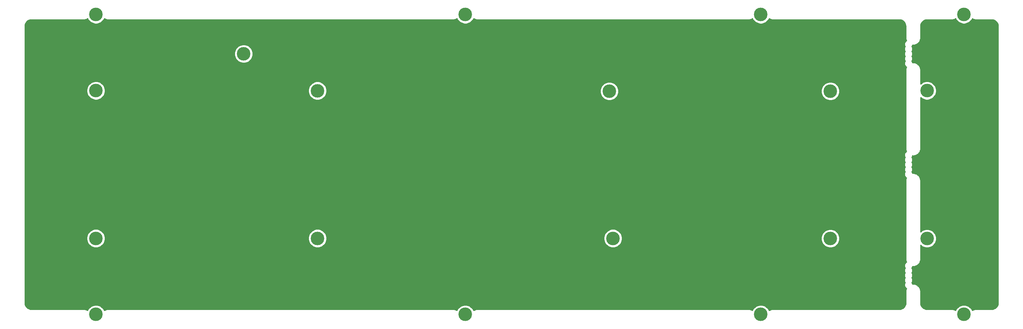
<source format=gbr>
G04 #@! TF.GenerationSoftware,KiCad,Pcbnew,(5.1.10-1-10_14)*
G04 #@! TF.CreationDate,2021-08-09T18:52:42-05:00*
G04 #@! TF.ProjectId,ori_bottom_plate,6f72695f-626f-4747-946f-6d5f706c6174,rev?*
G04 #@! TF.SameCoordinates,Original*
G04 #@! TF.FileFunction,Copper,L2,Bot*
G04 #@! TF.FilePolarity,Positive*
%FSLAX46Y46*%
G04 Gerber Fmt 4.6, Leading zero omitted, Abs format (unit mm)*
G04 Created by KiCad (PCBNEW (5.1.10-1-10_14)) date 2021-08-09 18:52:42*
%MOMM*%
%LPD*%
G01*
G04 APERTURE LIST*
G04 #@! TA.AperFunction,ComponentPad*
%ADD10C,3.500000*%
G04 #@! TD*
G04 #@! TA.AperFunction,ViaPad*
%ADD11C,0.500000*%
G04 #@! TD*
G04 #@! TA.AperFunction,Conductor*
%ADD12C,0.254000*%
G04 #@! TD*
G04 #@! TA.AperFunction,Conductor*
%ADD13C,0.100000*%
G04 #@! TD*
G04 APERTURE END LIST*
D10*
X389361002Y-117264265D03*
X389361002Y-39873575D03*
X336973458Y-117264265D03*
X336973458Y-39873575D03*
X260773394Y-117264265D03*
X260773394Y-39873575D03*
X165523314Y-117264265D03*
X165523314Y-39873575D03*
X379836330Y-97659743D03*
X379836330Y-59518840D03*
X203623090Y-49993800D03*
X354920000Y-97660000D03*
X354920000Y-59660000D03*
X298848130Y-97631660D03*
X297920000Y-59660000D03*
X222647810Y-97631660D03*
X222647810Y-59531500D03*
X165523314Y-59518904D03*
X165497570Y-97631660D03*
D11*
X373287865Y-49398485D03*
X385194165Y-59518840D03*
D12*
X339171843Y-40919636D02*
X339225430Y-40955238D01*
X339278539Y-40991603D01*
X339287259Y-40996318D01*
X339389845Y-41050863D01*
X339449308Y-41075371D01*
X339508485Y-41100735D01*
X339517955Y-41103666D01*
X339629181Y-41137247D01*
X339692275Y-41149740D01*
X339755248Y-41163125D01*
X339765107Y-41164161D01*
X339880737Y-41175499D01*
X339880739Y-41175499D01*
X339915149Y-41178888D01*
X372657822Y-41178759D01*
X373016501Y-41213928D01*
X373328121Y-41308012D01*
X373615528Y-41460828D01*
X373867775Y-41666557D01*
X374075264Y-41917367D01*
X374230084Y-42203701D01*
X374326340Y-42514654D01*
X374363810Y-42871153D01*
X374363811Y-45861472D01*
X374367314Y-45897040D01*
X374367314Y-45912503D01*
X374368351Y-45922362D01*
X374394253Y-46153284D01*
X374407625Y-46216196D01*
X374420131Y-46279355D01*
X374423063Y-46288824D01*
X374493325Y-46510317D01*
X374518666Y-46569441D01*
X374529513Y-46595759D01*
X374388676Y-46689863D01*
X374244513Y-46834026D01*
X374131245Y-47003544D01*
X374053224Y-47191902D01*
X374013450Y-47391861D01*
X374013450Y-47595739D01*
X374053224Y-47795698D01*
X374131245Y-47984056D01*
X374221278Y-48118800D01*
X374131245Y-48253544D01*
X374053224Y-48441902D01*
X374013450Y-48641861D01*
X374013450Y-48845739D01*
X374053224Y-49045698D01*
X374131245Y-49234056D01*
X374221278Y-49368800D01*
X374131245Y-49503544D01*
X374053224Y-49691902D01*
X374013450Y-49891861D01*
X374013450Y-50095739D01*
X374053224Y-50295698D01*
X374131245Y-50484056D01*
X374221278Y-50618800D01*
X374131245Y-50753544D01*
X374053224Y-50941902D01*
X374013450Y-51141861D01*
X374013450Y-51345739D01*
X374053224Y-51545698D01*
X374131245Y-51734056D01*
X374221278Y-51868800D01*
X374131245Y-52003544D01*
X374053224Y-52191902D01*
X374013450Y-52391861D01*
X374013450Y-52595739D01*
X374053224Y-52795698D01*
X374131245Y-52984056D01*
X374244513Y-53153574D01*
X374388676Y-53297737D01*
X374529415Y-53391775D01*
X374512234Y-53433458D01*
X374486883Y-53492607D01*
X374483952Y-53502077D01*
X374416789Y-53724530D01*
X374404300Y-53787605D01*
X374390909Y-53850602D01*
X374389873Y-53860461D01*
X374367198Y-54091722D01*
X374367198Y-54091729D01*
X374363810Y-54126129D01*
X374363811Y-74436592D01*
X374367314Y-74472160D01*
X374367314Y-74487623D01*
X374368351Y-74497482D01*
X374394253Y-74728404D01*
X374407625Y-74791316D01*
X374420131Y-74854475D01*
X374423063Y-74863944D01*
X374493325Y-75085437D01*
X374518666Y-75144561D01*
X374533605Y-75180805D01*
X374388676Y-75277643D01*
X374244513Y-75421806D01*
X374131245Y-75591324D01*
X374053224Y-75779682D01*
X374013450Y-75979641D01*
X374013450Y-76183519D01*
X374053224Y-76383478D01*
X374131245Y-76571836D01*
X374221278Y-76706580D01*
X374131245Y-76841324D01*
X374053224Y-77029682D01*
X374013450Y-77229641D01*
X374013450Y-77433519D01*
X374053224Y-77633478D01*
X374131245Y-77821836D01*
X374221278Y-77956580D01*
X374131245Y-78091324D01*
X374053224Y-78279682D01*
X374013450Y-78479641D01*
X374013450Y-78683519D01*
X374053224Y-78883478D01*
X374131245Y-79071836D01*
X374221278Y-79206580D01*
X374131245Y-79341324D01*
X374053224Y-79529682D01*
X374013450Y-79729641D01*
X374013450Y-79933519D01*
X374053224Y-80133478D01*
X374131245Y-80321836D01*
X374221278Y-80456580D01*
X374131245Y-80591324D01*
X374053224Y-80779682D01*
X374013450Y-80979641D01*
X374013450Y-81183519D01*
X374053224Y-81383478D01*
X374131245Y-81571836D01*
X374244513Y-81741354D01*
X374388676Y-81885517D01*
X374525324Y-81976822D01*
X374512234Y-82008578D01*
X374486883Y-82067727D01*
X374483952Y-82077197D01*
X374416789Y-82299650D01*
X374404300Y-82362725D01*
X374390909Y-82425722D01*
X374389873Y-82435581D01*
X374367198Y-82666842D01*
X374367198Y-82666849D01*
X374363810Y-82701249D01*
X374363811Y-103011712D01*
X374367314Y-103047280D01*
X374367314Y-103062743D01*
X374368351Y-103072602D01*
X374394253Y-103303524D01*
X374407625Y-103366436D01*
X374420131Y-103429595D01*
X374423063Y-103439064D01*
X374493325Y-103660557D01*
X374518666Y-103719681D01*
X374533605Y-103755925D01*
X374388676Y-103852763D01*
X374244513Y-103996926D01*
X374131245Y-104166444D01*
X374053224Y-104354802D01*
X374013450Y-104554761D01*
X374013450Y-104758639D01*
X374053224Y-104958598D01*
X374131245Y-105146956D01*
X374221278Y-105281700D01*
X374131245Y-105416444D01*
X374053224Y-105604802D01*
X374013450Y-105804761D01*
X374013450Y-106008639D01*
X374053224Y-106208598D01*
X374131245Y-106396956D01*
X374221278Y-106531700D01*
X374131245Y-106666444D01*
X374053224Y-106854802D01*
X374013450Y-107054761D01*
X374013450Y-107258639D01*
X374053224Y-107458598D01*
X374131245Y-107646956D01*
X374221278Y-107781700D01*
X374131245Y-107916444D01*
X374053224Y-108104802D01*
X374013450Y-108304761D01*
X374013450Y-108508639D01*
X374053224Y-108708598D01*
X374131245Y-108896956D01*
X374221278Y-109031700D01*
X374131245Y-109166444D01*
X374053224Y-109354802D01*
X374013450Y-109554761D01*
X374013450Y-109758639D01*
X374053224Y-109958598D01*
X374131245Y-110146956D01*
X374244513Y-110316474D01*
X374388676Y-110460637D01*
X374525324Y-110551942D01*
X374512234Y-110583698D01*
X374486883Y-110642847D01*
X374483952Y-110652317D01*
X374416789Y-110874770D01*
X374404300Y-110937845D01*
X374390909Y-111000842D01*
X374389873Y-111010701D01*
X374367198Y-111241962D01*
X374367198Y-111241969D01*
X374363810Y-111276369D01*
X374363811Y-114253089D01*
X374328642Y-114611772D01*
X374234558Y-114923390D01*
X374081740Y-115210799D01*
X373876013Y-115463045D01*
X373625203Y-115670534D01*
X373338869Y-115825354D01*
X373027916Y-115921610D01*
X372671409Y-115959081D01*
X339915149Y-115958952D01*
X339885076Y-115961914D01*
X339881521Y-115961889D01*
X339871655Y-115962856D01*
X339814230Y-115968891D01*
X339810842Y-115969225D01*
X339810729Y-115969259D01*
X339756107Y-115975000D01*
X339693077Y-115987938D01*
X339629855Y-115999998D01*
X339620375Y-116002861D01*
X339620370Y-116002862D01*
X339620368Y-116002863D01*
X339620365Y-116002864D01*
X339509376Y-116037221D01*
X339450095Y-116062140D01*
X339390392Y-116086262D01*
X339381639Y-116090916D01*
X339279437Y-116146176D01*
X339226094Y-116182157D01*
X339172239Y-116217398D01*
X339164557Y-116223663D01*
X339134300Y-116248694D01*
X339087018Y-116134544D01*
X338826008Y-115743916D01*
X338493807Y-115411715D01*
X338103179Y-115150705D01*
X337669137Y-114970919D01*
X337208360Y-114879265D01*
X336738556Y-114879265D01*
X336277779Y-114970919D01*
X335843737Y-115150705D01*
X335453109Y-115411715D01*
X335120908Y-115743916D01*
X334859898Y-116134544D01*
X334812576Y-116248790D01*
X334775073Y-116218204D01*
X334721520Y-116182624D01*
X334668378Y-116146237D01*
X334659657Y-116141522D01*
X334557072Y-116086977D01*
X334497595Y-116062463D01*
X334438431Y-116037105D01*
X334428961Y-116034174D01*
X334317735Y-116000593D01*
X334254642Y-115988101D01*
X334191669Y-115974715D01*
X334181810Y-115973679D01*
X334066460Y-115962369D01*
X334031770Y-115958952D01*
X263715082Y-115958952D01*
X263685009Y-115961914D01*
X263681457Y-115961889D01*
X263671591Y-115962856D01*
X263614210Y-115968887D01*
X263610775Y-115969225D01*
X263610660Y-115969260D01*
X263556043Y-115975000D01*
X263493013Y-115987938D01*
X263429791Y-115999998D01*
X263420311Y-116002861D01*
X263420306Y-116002862D01*
X263420304Y-116002863D01*
X263420301Y-116002864D01*
X263309312Y-116037221D01*
X263250031Y-116062140D01*
X263190328Y-116086262D01*
X263181575Y-116090916D01*
X263079373Y-116146176D01*
X263026030Y-116182157D01*
X262972175Y-116217398D01*
X262964493Y-116223663D01*
X262934236Y-116248694D01*
X262886954Y-116134544D01*
X262625944Y-115743916D01*
X262293743Y-115411715D01*
X261903115Y-115150705D01*
X261469073Y-114970919D01*
X261008296Y-114879265D01*
X260538492Y-114879265D01*
X260077715Y-114970919D01*
X259643673Y-115150705D01*
X259253045Y-115411715D01*
X258920844Y-115743916D01*
X258659834Y-116134544D01*
X258612512Y-116248790D01*
X258575009Y-116218204D01*
X258521456Y-116182624D01*
X258468314Y-116146237D01*
X258459593Y-116141522D01*
X258357008Y-116086977D01*
X258297531Y-116062463D01*
X258238367Y-116037105D01*
X258228897Y-116034174D01*
X258117671Y-116000593D01*
X258054578Y-115988101D01*
X257991605Y-115974715D01*
X257981746Y-115973679D01*
X257866396Y-115962369D01*
X257831706Y-115958952D01*
X168465002Y-115958952D01*
X168434929Y-115961914D01*
X168431377Y-115961889D01*
X168421511Y-115962856D01*
X168364130Y-115968887D01*
X168360695Y-115969225D01*
X168360580Y-115969260D01*
X168305963Y-115975000D01*
X168242933Y-115987938D01*
X168179711Y-115999998D01*
X168170231Y-116002861D01*
X168170226Y-116002862D01*
X168170224Y-116002863D01*
X168170221Y-116002864D01*
X168059232Y-116037221D01*
X167999951Y-116062140D01*
X167940248Y-116086262D01*
X167931495Y-116090916D01*
X167829293Y-116146176D01*
X167775950Y-116182157D01*
X167722095Y-116217398D01*
X167714413Y-116223663D01*
X167684156Y-116248694D01*
X167636874Y-116134544D01*
X167375864Y-115743916D01*
X167043663Y-115411715D01*
X166653035Y-115150705D01*
X166218993Y-114970919D01*
X165758216Y-114879265D01*
X165288412Y-114879265D01*
X164827635Y-114970919D01*
X164393593Y-115150705D01*
X164002965Y-115411715D01*
X163670764Y-115743916D01*
X163409754Y-116134544D01*
X163362432Y-116248790D01*
X163324929Y-116218204D01*
X163271376Y-116182624D01*
X163218234Y-116146237D01*
X163209513Y-116141522D01*
X163106928Y-116086977D01*
X163047451Y-116062463D01*
X162988287Y-116037105D01*
X162978817Y-116034174D01*
X162867591Y-116000593D01*
X162804498Y-115988101D01*
X162741525Y-115974715D01*
X162731666Y-115973679D01*
X162616035Y-115962341D01*
X162616033Y-115962341D01*
X162581619Y-115958952D01*
X148888834Y-115959080D01*
X148530158Y-115923912D01*
X148218540Y-115829828D01*
X147931131Y-115677010D01*
X147678885Y-115471283D01*
X147471396Y-115220473D01*
X147316576Y-114934139D01*
X147220320Y-114623186D01*
X147182850Y-114266687D01*
X147182850Y-97396758D01*
X163112570Y-97396758D01*
X163112570Y-97866562D01*
X163204224Y-98327339D01*
X163384010Y-98761381D01*
X163645020Y-99152009D01*
X163977221Y-99484210D01*
X164367849Y-99745220D01*
X164801891Y-99925006D01*
X165262668Y-100016660D01*
X165732472Y-100016660D01*
X166193249Y-99925006D01*
X166627291Y-99745220D01*
X167017919Y-99484210D01*
X167350120Y-99152009D01*
X167611130Y-98761381D01*
X167790916Y-98327339D01*
X167882570Y-97866562D01*
X167882570Y-97396758D01*
X220262810Y-97396758D01*
X220262810Y-97866562D01*
X220354464Y-98327339D01*
X220534250Y-98761381D01*
X220795260Y-99152009D01*
X221127461Y-99484210D01*
X221518089Y-99745220D01*
X221952131Y-99925006D01*
X222412908Y-100016660D01*
X222882712Y-100016660D01*
X223343489Y-99925006D01*
X223777531Y-99745220D01*
X224168159Y-99484210D01*
X224500360Y-99152009D01*
X224761370Y-98761381D01*
X224941156Y-98327339D01*
X225032810Y-97866562D01*
X225032810Y-97396758D01*
X296463130Y-97396758D01*
X296463130Y-97866562D01*
X296554784Y-98327339D01*
X296734570Y-98761381D01*
X296995580Y-99152009D01*
X297327781Y-99484210D01*
X297718409Y-99745220D01*
X298152451Y-99925006D01*
X298613228Y-100016660D01*
X299083032Y-100016660D01*
X299543809Y-99925006D01*
X299977851Y-99745220D01*
X300368479Y-99484210D01*
X300700680Y-99152009D01*
X300961690Y-98761381D01*
X301141476Y-98327339D01*
X301233130Y-97866562D01*
X301233130Y-97425098D01*
X352535000Y-97425098D01*
X352535000Y-97894902D01*
X352626654Y-98355679D01*
X352806440Y-98789721D01*
X353067450Y-99180349D01*
X353399651Y-99512550D01*
X353790279Y-99773560D01*
X354224321Y-99953346D01*
X354685098Y-100045000D01*
X355154902Y-100045000D01*
X355615679Y-99953346D01*
X356049721Y-99773560D01*
X356440349Y-99512550D01*
X356772550Y-99180349D01*
X357033560Y-98789721D01*
X357213346Y-98355679D01*
X357305000Y-97894902D01*
X357305000Y-97425098D01*
X357213346Y-96964321D01*
X357033560Y-96530279D01*
X356772550Y-96139651D01*
X356440349Y-95807450D01*
X356049721Y-95546440D01*
X355615679Y-95366654D01*
X355154902Y-95275000D01*
X354685098Y-95275000D01*
X354224321Y-95366654D01*
X353790279Y-95546440D01*
X353399651Y-95807450D01*
X353067450Y-96139651D01*
X352806440Y-96530279D01*
X352626654Y-96964321D01*
X352535000Y-97425098D01*
X301233130Y-97425098D01*
X301233130Y-97396758D01*
X301141476Y-96935981D01*
X300961690Y-96501939D01*
X300700680Y-96111311D01*
X300368479Y-95779110D01*
X299977851Y-95518100D01*
X299543809Y-95338314D01*
X299083032Y-95246660D01*
X298613228Y-95246660D01*
X298152451Y-95338314D01*
X297718409Y-95518100D01*
X297327781Y-95779110D01*
X296995580Y-96111311D01*
X296734570Y-96501939D01*
X296554784Y-96935981D01*
X296463130Y-97396758D01*
X225032810Y-97396758D01*
X224941156Y-96935981D01*
X224761370Y-96501939D01*
X224500360Y-96111311D01*
X224168159Y-95779110D01*
X223777531Y-95518100D01*
X223343489Y-95338314D01*
X222882712Y-95246660D01*
X222412908Y-95246660D01*
X221952131Y-95338314D01*
X221518089Y-95518100D01*
X221127461Y-95779110D01*
X220795260Y-96111311D01*
X220534250Y-96501939D01*
X220354464Y-96935981D01*
X220262810Y-97396758D01*
X167882570Y-97396758D01*
X167790916Y-96935981D01*
X167611130Y-96501939D01*
X167350120Y-96111311D01*
X167017919Y-95779110D01*
X166627291Y-95518100D01*
X166193249Y-95338314D01*
X165732472Y-95246660D01*
X165262668Y-95246660D01*
X164801891Y-95338314D01*
X164367849Y-95518100D01*
X163977221Y-95779110D01*
X163645020Y-96111311D01*
X163384010Y-96501939D01*
X163204224Y-96935981D01*
X163112570Y-97396758D01*
X147182850Y-97396758D01*
X147182850Y-59284002D01*
X163138314Y-59284002D01*
X163138314Y-59753806D01*
X163229968Y-60214583D01*
X163409754Y-60648625D01*
X163670764Y-61039253D01*
X164002965Y-61371454D01*
X164393593Y-61632464D01*
X164827635Y-61812250D01*
X165288412Y-61903904D01*
X165758216Y-61903904D01*
X166218993Y-61812250D01*
X166653035Y-61632464D01*
X167043663Y-61371454D01*
X167375864Y-61039253D01*
X167636874Y-60648625D01*
X167816660Y-60214583D01*
X167908314Y-59753806D01*
X167908314Y-59296598D01*
X220262810Y-59296598D01*
X220262810Y-59766402D01*
X220354464Y-60227179D01*
X220534250Y-60661221D01*
X220795260Y-61051849D01*
X221127461Y-61384050D01*
X221518089Y-61645060D01*
X221952131Y-61824846D01*
X222412908Y-61916500D01*
X222882712Y-61916500D01*
X223343489Y-61824846D01*
X223777531Y-61645060D01*
X224168159Y-61384050D01*
X224500360Y-61051849D01*
X224761370Y-60661221D01*
X224941156Y-60227179D01*
X225032810Y-59766402D01*
X225032810Y-59425098D01*
X295535000Y-59425098D01*
X295535000Y-59894902D01*
X295626654Y-60355679D01*
X295806440Y-60789721D01*
X296067450Y-61180349D01*
X296399651Y-61512550D01*
X296790279Y-61773560D01*
X297224321Y-61953346D01*
X297685098Y-62045000D01*
X298154902Y-62045000D01*
X298615679Y-61953346D01*
X299049721Y-61773560D01*
X299440349Y-61512550D01*
X299772550Y-61180349D01*
X300033560Y-60789721D01*
X300213346Y-60355679D01*
X300305000Y-59894902D01*
X300305000Y-59425098D01*
X352535000Y-59425098D01*
X352535000Y-59894902D01*
X352626654Y-60355679D01*
X352806440Y-60789721D01*
X353067450Y-61180349D01*
X353399651Y-61512550D01*
X353790279Y-61773560D01*
X354224321Y-61953346D01*
X354685098Y-62045000D01*
X355154902Y-62045000D01*
X355615679Y-61953346D01*
X356049721Y-61773560D01*
X356440349Y-61512550D01*
X356772550Y-61180349D01*
X357033560Y-60789721D01*
X357213346Y-60355679D01*
X357305000Y-59894902D01*
X357305000Y-59425098D01*
X357213346Y-58964321D01*
X357033560Y-58530279D01*
X356772550Y-58139651D01*
X356440349Y-57807450D01*
X356049721Y-57546440D01*
X355615679Y-57366654D01*
X355154902Y-57275000D01*
X354685098Y-57275000D01*
X354224321Y-57366654D01*
X353790279Y-57546440D01*
X353399651Y-57807450D01*
X353067450Y-58139651D01*
X352806440Y-58530279D01*
X352626654Y-58964321D01*
X352535000Y-59425098D01*
X300305000Y-59425098D01*
X300213346Y-58964321D01*
X300033560Y-58530279D01*
X299772550Y-58139651D01*
X299440349Y-57807450D01*
X299049721Y-57546440D01*
X298615679Y-57366654D01*
X298154902Y-57275000D01*
X297685098Y-57275000D01*
X297224321Y-57366654D01*
X296790279Y-57546440D01*
X296399651Y-57807450D01*
X296067450Y-58139651D01*
X295806440Y-58530279D01*
X295626654Y-58964321D01*
X295535000Y-59425098D01*
X225032810Y-59425098D01*
X225032810Y-59296598D01*
X224941156Y-58835821D01*
X224761370Y-58401779D01*
X224500360Y-58011151D01*
X224168159Y-57678950D01*
X223777531Y-57417940D01*
X223343489Y-57238154D01*
X222882712Y-57146500D01*
X222412908Y-57146500D01*
X221952131Y-57238154D01*
X221518089Y-57417940D01*
X221127461Y-57678950D01*
X220795260Y-58011151D01*
X220534250Y-58401779D01*
X220354464Y-58835821D01*
X220262810Y-59296598D01*
X167908314Y-59296598D01*
X167908314Y-59284002D01*
X167816660Y-58823225D01*
X167636874Y-58389183D01*
X167375864Y-57998555D01*
X167043663Y-57666354D01*
X166653035Y-57405344D01*
X166218993Y-57225558D01*
X165758216Y-57133904D01*
X165288412Y-57133904D01*
X164827635Y-57225558D01*
X164393593Y-57405344D01*
X164002965Y-57666354D01*
X163670764Y-57998555D01*
X163409754Y-58389183D01*
X163229968Y-58823225D01*
X163138314Y-59284002D01*
X147182850Y-59284002D01*
X147182850Y-49758898D01*
X201238090Y-49758898D01*
X201238090Y-50228702D01*
X201329744Y-50689479D01*
X201509530Y-51123521D01*
X201770540Y-51514149D01*
X202102741Y-51846350D01*
X202493369Y-52107360D01*
X202927411Y-52287146D01*
X203388188Y-52378800D01*
X203857992Y-52378800D01*
X204318769Y-52287146D01*
X204752811Y-52107360D01*
X205143439Y-51846350D01*
X205475640Y-51514149D01*
X205736650Y-51123521D01*
X205916436Y-50689479D01*
X206008090Y-50228702D01*
X206008090Y-49758898D01*
X205916436Y-49298121D01*
X205736650Y-48864079D01*
X205475640Y-48473451D01*
X205143439Y-48141250D01*
X204752811Y-47880240D01*
X204318769Y-47700454D01*
X203857992Y-47608800D01*
X203388188Y-47608800D01*
X202927411Y-47700454D01*
X202493369Y-47880240D01*
X202102741Y-48141250D01*
X201770540Y-48473451D01*
X201509530Y-48864079D01*
X201329744Y-49298121D01*
X201238090Y-49758898D01*
X147182850Y-49758898D01*
X147182850Y-42884741D01*
X147218018Y-42526069D01*
X147312102Y-42214449D01*
X147464918Y-41927042D01*
X147670647Y-41674795D01*
X147921457Y-41467306D01*
X148207791Y-41312486D01*
X148518744Y-41216230D01*
X148875248Y-41178760D01*
X162581619Y-41178888D01*
X162611695Y-41175926D01*
X162615251Y-41175951D01*
X162625117Y-41174984D01*
X162682448Y-41168959D01*
X162685926Y-41168616D01*
X162686042Y-41168581D01*
X162740664Y-41162840D01*
X162803687Y-41149904D01*
X162866917Y-41137842D01*
X162876397Y-41134979D01*
X162876402Y-41134978D01*
X162876406Y-41134976D01*
X162987396Y-41100619D01*
X163046677Y-41075700D01*
X163106380Y-41051578D01*
X163115133Y-41046924D01*
X163217335Y-40991663D01*
X163270652Y-40955701D01*
X163324533Y-40920442D01*
X163332215Y-40914177D01*
X163362472Y-40889146D01*
X163409754Y-41003296D01*
X163670764Y-41393924D01*
X164002965Y-41726125D01*
X164393593Y-41987135D01*
X164827635Y-42166921D01*
X165288412Y-42258575D01*
X165758216Y-42258575D01*
X166218993Y-42166921D01*
X166653035Y-41987135D01*
X167043663Y-41726125D01*
X167375864Y-41393924D01*
X167636874Y-41003296D01*
X167684196Y-40889050D01*
X167721699Y-40919636D01*
X167775286Y-40955238D01*
X167828395Y-40991603D01*
X167837115Y-40996318D01*
X167939701Y-41050863D01*
X167999164Y-41075371D01*
X168058341Y-41100735D01*
X168067811Y-41103666D01*
X168179037Y-41137247D01*
X168242131Y-41149740D01*
X168305104Y-41163125D01*
X168314963Y-41164161D01*
X168430311Y-41175471D01*
X168465002Y-41178888D01*
X257831706Y-41178888D01*
X257861779Y-41175926D01*
X257865331Y-41175951D01*
X257875197Y-41174984D01*
X257932570Y-41168954D01*
X257936013Y-41168615D01*
X257936128Y-41168580D01*
X257990744Y-41162840D01*
X258053767Y-41149904D01*
X258116997Y-41137842D01*
X258126477Y-41134979D01*
X258126482Y-41134978D01*
X258126486Y-41134976D01*
X258237476Y-41100619D01*
X258296757Y-41075700D01*
X258356460Y-41051578D01*
X258365213Y-41046924D01*
X258467415Y-40991663D01*
X258520732Y-40955701D01*
X258574613Y-40920442D01*
X258582295Y-40914177D01*
X258612552Y-40889146D01*
X258659834Y-41003296D01*
X258920844Y-41393924D01*
X259253045Y-41726125D01*
X259643673Y-41987135D01*
X260077715Y-42166921D01*
X260538492Y-42258575D01*
X261008296Y-42258575D01*
X261469073Y-42166921D01*
X261903115Y-41987135D01*
X262293743Y-41726125D01*
X262625944Y-41393924D01*
X262886954Y-41003296D01*
X262934276Y-40889050D01*
X262971779Y-40919636D01*
X263025366Y-40955238D01*
X263078475Y-40991603D01*
X263087195Y-40996318D01*
X263189781Y-41050863D01*
X263249244Y-41075371D01*
X263308421Y-41100735D01*
X263317891Y-41103666D01*
X263429117Y-41137247D01*
X263492211Y-41149740D01*
X263555184Y-41163125D01*
X263565043Y-41164161D01*
X263680391Y-41175471D01*
X263715082Y-41178888D01*
X334031770Y-41178888D01*
X334061843Y-41175926D01*
X334065395Y-41175951D01*
X334075261Y-41174984D01*
X334132634Y-41168954D01*
X334136077Y-41168615D01*
X334136192Y-41168580D01*
X334190808Y-41162840D01*
X334253831Y-41149904D01*
X334317061Y-41137842D01*
X334326541Y-41134979D01*
X334326546Y-41134978D01*
X334326550Y-41134976D01*
X334437540Y-41100619D01*
X334496821Y-41075700D01*
X334556524Y-41051578D01*
X334565277Y-41046924D01*
X334667479Y-40991663D01*
X334720796Y-40955701D01*
X334774677Y-40920442D01*
X334782359Y-40914177D01*
X334812616Y-40889146D01*
X334859898Y-41003296D01*
X335120908Y-41393924D01*
X335453109Y-41726125D01*
X335843737Y-41987135D01*
X336277779Y-42166921D01*
X336738556Y-42258575D01*
X337208360Y-42258575D01*
X337669137Y-42166921D01*
X338103179Y-41987135D01*
X338493807Y-41726125D01*
X338826008Y-41393924D01*
X339087018Y-41003296D01*
X339134340Y-40889050D01*
X339171843Y-40919636D01*
G04 #@! TA.AperFunction,Conductor*
D13*
G36*
X339171843Y-40919636D02*
G01*
X339225430Y-40955238D01*
X339278539Y-40991603D01*
X339287259Y-40996318D01*
X339389845Y-41050863D01*
X339449308Y-41075371D01*
X339508485Y-41100735D01*
X339517955Y-41103666D01*
X339629181Y-41137247D01*
X339692275Y-41149740D01*
X339755248Y-41163125D01*
X339765107Y-41164161D01*
X339880737Y-41175499D01*
X339880739Y-41175499D01*
X339915149Y-41178888D01*
X372657822Y-41178759D01*
X373016501Y-41213928D01*
X373328121Y-41308012D01*
X373615528Y-41460828D01*
X373867775Y-41666557D01*
X374075264Y-41917367D01*
X374230084Y-42203701D01*
X374326340Y-42514654D01*
X374363810Y-42871153D01*
X374363811Y-45861472D01*
X374367314Y-45897040D01*
X374367314Y-45912503D01*
X374368351Y-45922362D01*
X374394253Y-46153284D01*
X374407625Y-46216196D01*
X374420131Y-46279355D01*
X374423063Y-46288824D01*
X374493325Y-46510317D01*
X374518666Y-46569441D01*
X374529513Y-46595759D01*
X374388676Y-46689863D01*
X374244513Y-46834026D01*
X374131245Y-47003544D01*
X374053224Y-47191902D01*
X374013450Y-47391861D01*
X374013450Y-47595739D01*
X374053224Y-47795698D01*
X374131245Y-47984056D01*
X374221278Y-48118800D01*
X374131245Y-48253544D01*
X374053224Y-48441902D01*
X374013450Y-48641861D01*
X374013450Y-48845739D01*
X374053224Y-49045698D01*
X374131245Y-49234056D01*
X374221278Y-49368800D01*
X374131245Y-49503544D01*
X374053224Y-49691902D01*
X374013450Y-49891861D01*
X374013450Y-50095739D01*
X374053224Y-50295698D01*
X374131245Y-50484056D01*
X374221278Y-50618800D01*
X374131245Y-50753544D01*
X374053224Y-50941902D01*
X374013450Y-51141861D01*
X374013450Y-51345739D01*
X374053224Y-51545698D01*
X374131245Y-51734056D01*
X374221278Y-51868800D01*
X374131245Y-52003544D01*
X374053224Y-52191902D01*
X374013450Y-52391861D01*
X374013450Y-52595739D01*
X374053224Y-52795698D01*
X374131245Y-52984056D01*
X374244513Y-53153574D01*
X374388676Y-53297737D01*
X374529415Y-53391775D01*
X374512234Y-53433458D01*
X374486883Y-53492607D01*
X374483952Y-53502077D01*
X374416789Y-53724530D01*
X374404300Y-53787605D01*
X374390909Y-53850602D01*
X374389873Y-53860461D01*
X374367198Y-54091722D01*
X374367198Y-54091729D01*
X374363810Y-54126129D01*
X374363811Y-74436592D01*
X374367314Y-74472160D01*
X374367314Y-74487623D01*
X374368351Y-74497482D01*
X374394253Y-74728404D01*
X374407625Y-74791316D01*
X374420131Y-74854475D01*
X374423063Y-74863944D01*
X374493325Y-75085437D01*
X374518666Y-75144561D01*
X374533605Y-75180805D01*
X374388676Y-75277643D01*
X374244513Y-75421806D01*
X374131245Y-75591324D01*
X374053224Y-75779682D01*
X374013450Y-75979641D01*
X374013450Y-76183519D01*
X374053224Y-76383478D01*
X374131245Y-76571836D01*
X374221278Y-76706580D01*
X374131245Y-76841324D01*
X374053224Y-77029682D01*
X374013450Y-77229641D01*
X374013450Y-77433519D01*
X374053224Y-77633478D01*
X374131245Y-77821836D01*
X374221278Y-77956580D01*
X374131245Y-78091324D01*
X374053224Y-78279682D01*
X374013450Y-78479641D01*
X374013450Y-78683519D01*
X374053224Y-78883478D01*
X374131245Y-79071836D01*
X374221278Y-79206580D01*
X374131245Y-79341324D01*
X374053224Y-79529682D01*
X374013450Y-79729641D01*
X374013450Y-79933519D01*
X374053224Y-80133478D01*
X374131245Y-80321836D01*
X374221278Y-80456580D01*
X374131245Y-80591324D01*
X374053224Y-80779682D01*
X374013450Y-80979641D01*
X374013450Y-81183519D01*
X374053224Y-81383478D01*
X374131245Y-81571836D01*
X374244513Y-81741354D01*
X374388676Y-81885517D01*
X374525324Y-81976822D01*
X374512234Y-82008578D01*
X374486883Y-82067727D01*
X374483952Y-82077197D01*
X374416789Y-82299650D01*
X374404300Y-82362725D01*
X374390909Y-82425722D01*
X374389873Y-82435581D01*
X374367198Y-82666842D01*
X374367198Y-82666849D01*
X374363810Y-82701249D01*
X374363811Y-103011712D01*
X374367314Y-103047280D01*
X374367314Y-103062743D01*
X374368351Y-103072602D01*
X374394253Y-103303524D01*
X374407625Y-103366436D01*
X374420131Y-103429595D01*
X374423063Y-103439064D01*
X374493325Y-103660557D01*
X374518666Y-103719681D01*
X374533605Y-103755925D01*
X374388676Y-103852763D01*
X374244513Y-103996926D01*
X374131245Y-104166444D01*
X374053224Y-104354802D01*
X374013450Y-104554761D01*
X374013450Y-104758639D01*
X374053224Y-104958598D01*
X374131245Y-105146956D01*
X374221278Y-105281700D01*
X374131245Y-105416444D01*
X374053224Y-105604802D01*
X374013450Y-105804761D01*
X374013450Y-106008639D01*
X374053224Y-106208598D01*
X374131245Y-106396956D01*
X374221278Y-106531700D01*
X374131245Y-106666444D01*
X374053224Y-106854802D01*
X374013450Y-107054761D01*
X374013450Y-107258639D01*
X374053224Y-107458598D01*
X374131245Y-107646956D01*
X374221278Y-107781700D01*
X374131245Y-107916444D01*
X374053224Y-108104802D01*
X374013450Y-108304761D01*
X374013450Y-108508639D01*
X374053224Y-108708598D01*
X374131245Y-108896956D01*
X374221278Y-109031700D01*
X374131245Y-109166444D01*
X374053224Y-109354802D01*
X374013450Y-109554761D01*
X374013450Y-109758639D01*
X374053224Y-109958598D01*
X374131245Y-110146956D01*
X374244513Y-110316474D01*
X374388676Y-110460637D01*
X374525324Y-110551942D01*
X374512234Y-110583698D01*
X374486883Y-110642847D01*
X374483952Y-110652317D01*
X374416789Y-110874770D01*
X374404300Y-110937845D01*
X374390909Y-111000842D01*
X374389873Y-111010701D01*
X374367198Y-111241962D01*
X374367198Y-111241969D01*
X374363810Y-111276369D01*
X374363811Y-114253089D01*
X374328642Y-114611772D01*
X374234558Y-114923390D01*
X374081740Y-115210799D01*
X373876013Y-115463045D01*
X373625203Y-115670534D01*
X373338869Y-115825354D01*
X373027916Y-115921610D01*
X372671409Y-115959081D01*
X339915149Y-115958952D01*
X339885076Y-115961914D01*
X339881521Y-115961889D01*
X339871655Y-115962856D01*
X339814230Y-115968891D01*
X339810842Y-115969225D01*
X339810729Y-115969259D01*
X339756107Y-115975000D01*
X339693077Y-115987938D01*
X339629855Y-115999998D01*
X339620375Y-116002861D01*
X339620370Y-116002862D01*
X339620368Y-116002863D01*
X339620365Y-116002864D01*
X339509376Y-116037221D01*
X339450095Y-116062140D01*
X339390392Y-116086262D01*
X339381639Y-116090916D01*
X339279437Y-116146176D01*
X339226094Y-116182157D01*
X339172239Y-116217398D01*
X339164557Y-116223663D01*
X339134300Y-116248694D01*
X339087018Y-116134544D01*
X338826008Y-115743916D01*
X338493807Y-115411715D01*
X338103179Y-115150705D01*
X337669137Y-114970919D01*
X337208360Y-114879265D01*
X336738556Y-114879265D01*
X336277779Y-114970919D01*
X335843737Y-115150705D01*
X335453109Y-115411715D01*
X335120908Y-115743916D01*
X334859898Y-116134544D01*
X334812576Y-116248790D01*
X334775073Y-116218204D01*
X334721520Y-116182624D01*
X334668378Y-116146237D01*
X334659657Y-116141522D01*
X334557072Y-116086977D01*
X334497595Y-116062463D01*
X334438431Y-116037105D01*
X334428961Y-116034174D01*
X334317735Y-116000593D01*
X334254642Y-115988101D01*
X334191669Y-115974715D01*
X334181810Y-115973679D01*
X334066460Y-115962369D01*
X334031770Y-115958952D01*
X263715082Y-115958952D01*
X263685009Y-115961914D01*
X263681457Y-115961889D01*
X263671591Y-115962856D01*
X263614210Y-115968887D01*
X263610775Y-115969225D01*
X263610660Y-115969260D01*
X263556043Y-115975000D01*
X263493013Y-115987938D01*
X263429791Y-115999998D01*
X263420311Y-116002861D01*
X263420306Y-116002862D01*
X263420304Y-116002863D01*
X263420301Y-116002864D01*
X263309312Y-116037221D01*
X263250031Y-116062140D01*
X263190328Y-116086262D01*
X263181575Y-116090916D01*
X263079373Y-116146176D01*
X263026030Y-116182157D01*
X262972175Y-116217398D01*
X262964493Y-116223663D01*
X262934236Y-116248694D01*
X262886954Y-116134544D01*
X262625944Y-115743916D01*
X262293743Y-115411715D01*
X261903115Y-115150705D01*
X261469073Y-114970919D01*
X261008296Y-114879265D01*
X260538492Y-114879265D01*
X260077715Y-114970919D01*
X259643673Y-115150705D01*
X259253045Y-115411715D01*
X258920844Y-115743916D01*
X258659834Y-116134544D01*
X258612512Y-116248790D01*
X258575009Y-116218204D01*
X258521456Y-116182624D01*
X258468314Y-116146237D01*
X258459593Y-116141522D01*
X258357008Y-116086977D01*
X258297531Y-116062463D01*
X258238367Y-116037105D01*
X258228897Y-116034174D01*
X258117671Y-116000593D01*
X258054578Y-115988101D01*
X257991605Y-115974715D01*
X257981746Y-115973679D01*
X257866396Y-115962369D01*
X257831706Y-115958952D01*
X168465002Y-115958952D01*
X168434929Y-115961914D01*
X168431377Y-115961889D01*
X168421511Y-115962856D01*
X168364130Y-115968887D01*
X168360695Y-115969225D01*
X168360580Y-115969260D01*
X168305963Y-115975000D01*
X168242933Y-115987938D01*
X168179711Y-115999998D01*
X168170231Y-116002861D01*
X168170226Y-116002862D01*
X168170224Y-116002863D01*
X168170221Y-116002864D01*
X168059232Y-116037221D01*
X167999951Y-116062140D01*
X167940248Y-116086262D01*
X167931495Y-116090916D01*
X167829293Y-116146176D01*
X167775950Y-116182157D01*
X167722095Y-116217398D01*
X167714413Y-116223663D01*
X167684156Y-116248694D01*
X167636874Y-116134544D01*
X167375864Y-115743916D01*
X167043663Y-115411715D01*
X166653035Y-115150705D01*
X166218993Y-114970919D01*
X165758216Y-114879265D01*
X165288412Y-114879265D01*
X164827635Y-114970919D01*
X164393593Y-115150705D01*
X164002965Y-115411715D01*
X163670764Y-115743916D01*
X163409754Y-116134544D01*
X163362432Y-116248790D01*
X163324929Y-116218204D01*
X163271376Y-116182624D01*
X163218234Y-116146237D01*
X163209513Y-116141522D01*
X163106928Y-116086977D01*
X163047451Y-116062463D01*
X162988287Y-116037105D01*
X162978817Y-116034174D01*
X162867591Y-116000593D01*
X162804498Y-115988101D01*
X162741525Y-115974715D01*
X162731666Y-115973679D01*
X162616035Y-115962341D01*
X162616033Y-115962341D01*
X162581619Y-115958952D01*
X148888834Y-115959080D01*
X148530158Y-115923912D01*
X148218540Y-115829828D01*
X147931131Y-115677010D01*
X147678885Y-115471283D01*
X147471396Y-115220473D01*
X147316576Y-114934139D01*
X147220320Y-114623186D01*
X147182850Y-114266687D01*
X147182850Y-97396758D01*
X163112570Y-97396758D01*
X163112570Y-97866562D01*
X163204224Y-98327339D01*
X163384010Y-98761381D01*
X163645020Y-99152009D01*
X163977221Y-99484210D01*
X164367849Y-99745220D01*
X164801891Y-99925006D01*
X165262668Y-100016660D01*
X165732472Y-100016660D01*
X166193249Y-99925006D01*
X166627291Y-99745220D01*
X167017919Y-99484210D01*
X167350120Y-99152009D01*
X167611130Y-98761381D01*
X167790916Y-98327339D01*
X167882570Y-97866562D01*
X167882570Y-97396758D01*
X220262810Y-97396758D01*
X220262810Y-97866562D01*
X220354464Y-98327339D01*
X220534250Y-98761381D01*
X220795260Y-99152009D01*
X221127461Y-99484210D01*
X221518089Y-99745220D01*
X221952131Y-99925006D01*
X222412908Y-100016660D01*
X222882712Y-100016660D01*
X223343489Y-99925006D01*
X223777531Y-99745220D01*
X224168159Y-99484210D01*
X224500360Y-99152009D01*
X224761370Y-98761381D01*
X224941156Y-98327339D01*
X225032810Y-97866562D01*
X225032810Y-97396758D01*
X296463130Y-97396758D01*
X296463130Y-97866562D01*
X296554784Y-98327339D01*
X296734570Y-98761381D01*
X296995580Y-99152009D01*
X297327781Y-99484210D01*
X297718409Y-99745220D01*
X298152451Y-99925006D01*
X298613228Y-100016660D01*
X299083032Y-100016660D01*
X299543809Y-99925006D01*
X299977851Y-99745220D01*
X300368479Y-99484210D01*
X300700680Y-99152009D01*
X300961690Y-98761381D01*
X301141476Y-98327339D01*
X301233130Y-97866562D01*
X301233130Y-97425098D01*
X352535000Y-97425098D01*
X352535000Y-97894902D01*
X352626654Y-98355679D01*
X352806440Y-98789721D01*
X353067450Y-99180349D01*
X353399651Y-99512550D01*
X353790279Y-99773560D01*
X354224321Y-99953346D01*
X354685098Y-100045000D01*
X355154902Y-100045000D01*
X355615679Y-99953346D01*
X356049721Y-99773560D01*
X356440349Y-99512550D01*
X356772550Y-99180349D01*
X357033560Y-98789721D01*
X357213346Y-98355679D01*
X357305000Y-97894902D01*
X357305000Y-97425098D01*
X357213346Y-96964321D01*
X357033560Y-96530279D01*
X356772550Y-96139651D01*
X356440349Y-95807450D01*
X356049721Y-95546440D01*
X355615679Y-95366654D01*
X355154902Y-95275000D01*
X354685098Y-95275000D01*
X354224321Y-95366654D01*
X353790279Y-95546440D01*
X353399651Y-95807450D01*
X353067450Y-96139651D01*
X352806440Y-96530279D01*
X352626654Y-96964321D01*
X352535000Y-97425098D01*
X301233130Y-97425098D01*
X301233130Y-97396758D01*
X301141476Y-96935981D01*
X300961690Y-96501939D01*
X300700680Y-96111311D01*
X300368479Y-95779110D01*
X299977851Y-95518100D01*
X299543809Y-95338314D01*
X299083032Y-95246660D01*
X298613228Y-95246660D01*
X298152451Y-95338314D01*
X297718409Y-95518100D01*
X297327781Y-95779110D01*
X296995580Y-96111311D01*
X296734570Y-96501939D01*
X296554784Y-96935981D01*
X296463130Y-97396758D01*
X225032810Y-97396758D01*
X224941156Y-96935981D01*
X224761370Y-96501939D01*
X224500360Y-96111311D01*
X224168159Y-95779110D01*
X223777531Y-95518100D01*
X223343489Y-95338314D01*
X222882712Y-95246660D01*
X222412908Y-95246660D01*
X221952131Y-95338314D01*
X221518089Y-95518100D01*
X221127461Y-95779110D01*
X220795260Y-96111311D01*
X220534250Y-96501939D01*
X220354464Y-96935981D01*
X220262810Y-97396758D01*
X167882570Y-97396758D01*
X167790916Y-96935981D01*
X167611130Y-96501939D01*
X167350120Y-96111311D01*
X167017919Y-95779110D01*
X166627291Y-95518100D01*
X166193249Y-95338314D01*
X165732472Y-95246660D01*
X165262668Y-95246660D01*
X164801891Y-95338314D01*
X164367849Y-95518100D01*
X163977221Y-95779110D01*
X163645020Y-96111311D01*
X163384010Y-96501939D01*
X163204224Y-96935981D01*
X163112570Y-97396758D01*
X147182850Y-97396758D01*
X147182850Y-59284002D01*
X163138314Y-59284002D01*
X163138314Y-59753806D01*
X163229968Y-60214583D01*
X163409754Y-60648625D01*
X163670764Y-61039253D01*
X164002965Y-61371454D01*
X164393593Y-61632464D01*
X164827635Y-61812250D01*
X165288412Y-61903904D01*
X165758216Y-61903904D01*
X166218993Y-61812250D01*
X166653035Y-61632464D01*
X167043663Y-61371454D01*
X167375864Y-61039253D01*
X167636874Y-60648625D01*
X167816660Y-60214583D01*
X167908314Y-59753806D01*
X167908314Y-59296598D01*
X220262810Y-59296598D01*
X220262810Y-59766402D01*
X220354464Y-60227179D01*
X220534250Y-60661221D01*
X220795260Y-61051849D01*
X221127461Y-61384050D01*
X221518089Y-61645060D01*
X221952131Y-61824846D01*
X222412908Y-61916500D01*
X222882712Y-61916500D01*
X223343489Y-61824846D01*
X223777531Y-61645060D01*
X224168159Y-61384050D01*
X224500360Y-61051849D01*
X224761370Y-60661221D01*
X224941156Y-60227179D01*
X225032810Y-59766402D01*
X225032810Y-59425098D01*
X295535000Y-59425098D01*
X295535000Y-59894902D01*
X295626654Y-60355679D01*
X295806440Y-60789721D01*
X296067450Y-61180349D01*
X296399651Y-61512550D01*
X296790279Y-61773560D01*
X297224321Y-61953346D01*
X297685098Y-62045000D01*
X298154902Y-62045000D01*
X298615679Y-61953346D01*
X299049721Y-61773560D01*
X299440349Y-61512550D01*
X299772550Y-61180349D01*
X300033560Y-60789721D01*
X300213346Y-60355679D01*
X300305000Y-59894902D01*
X300305000Y-59425098D01*
X352535000Y-59425098D01*
X352535000Y-59894902D01*
X352626654Y-60355679D01*
X352806440Y-60789721D01*
X353067450Y-61180349D01*
X353399651Y-61512550D01*
X353790279Y-61773560D01*
X354224321Y-61953346D01*
X354685098Y-62045000D01*
X355154902Y-62045000D01*
X355615679Y-61953346D01*
X356049721Y-61773560D01*
X356440349Y-61512550D01*
X356772550Y-61180349D01*
X357033560Y-60789721D01*
X357213346Y-60355679D01*
X357305000Y-59894902D01*
X357305000Y-59425098D01*
X357213346Y-58964321D01*
X357033560Y-58530279D01*
X356772550Y-58139651D01*
X356440349Y-57807450D01*
X356049721Y-57546440D01*
X355615679Y-57366654D01*
X355154902Y-57275000D01*
X354685098Y-57275000D01*
X354224321Y-57366654D01*
X353790279Y-57546440D01*
X353399651Y-57807450D01*
X353067450Y-58139651D01*
X352806440Y-58530279D01*
X352626654Y-58964321D01*
X352535000Y-59425098D01*
X300305000Y-59425098D01*
X300213346Y-58964321D01*
X300033560Y-58530279D01*
X299772550Y-58139651D01*
X299440349Y-57807450D01*
X299049721Y-57546440D01*
X298615679Y-57366654D01*
X298154902Y-57275000D01*
X297685098Y-57275000D01*
X297224321Y-57366654D01*
X296790279Y-57546440D01*
X296399651Y-57807450D01*
X296067450Y-58139651D01*
X295806440Y-58530279D01*
X295626654Y-58964321D01*
X295535000Y-59425098D01*
X225032810Y-59425098D01*
X225032810Y-59296598D01*
X224941156Y-58835821D01*
X224761370Y-58401779D01*
X224500360Y-58011151D01*
X224168159Y-57678950D01*
X223777531Y-57417940D01*
X223343489Y-57238154D01*
X222882712Y-57146500D01*
X222412908Y-57146500D01*
X221952131Y-57238154D01*
X221518089Y-57417940D01*
X221127461Y-57678950D01*
X220795260Y-58011151D01*
X220534250Y-58401779D01*
X220354464Y-58835821D01*
X220262810Y-59296598D01*
X167908314Y-59296598D01*
X167908314Y-59284002D01*
X167816660Y-58823225D01*
X167636874Y-58389183D01*
X167375864Y-57998555D01*
X167043663Y-57666354D01*
X166653035Y-57405344D01*
X166218993Y-57225558D01*
X165758216Y-57133904D01*
X165288412Y-57133904D01*
X164827635Y-57225558D01*
X164393593Y-57405344D01*
X164002965Y-57666354D01*
X163670764Y-57998555D01*
X163409754Y-58389183D01*
X163229968Y-58823225D01*
X163138314Y-59284002D01*
X147182850Y-59284002D01*
X147182850Y-49758898D01*
X201238090Y-49758898D01*
X201238090Y-50228702D01*
X201329744Y-50689479D01*
X201509530Y-51123521D01*
X201770540Y-51514149D01*
X202102741Y-51846350D01*
X202493369Y-52107360D01*
X202927411Y-52287146D01*
X203388188Y-52378800D01*
X203857992Y-52378800D01*
X204318769Y-52287146D01*
X204752811Y-52107360D01*
X205143439Y-51846350D01*
X205475640Y-51514149D01*
X205736650Y-51123521D01*
X205916436Y-50689479D01*
X206008090Y-50228702D01*
X206008090Y-49758898D01*
X205916436Y-49298121D01*
X205736650Y-48864079D01*
X205475640Y-48473451D01*
X205143439Y-48141250D01*
X204752811Y-47880240D01*
X204318769Y-47700454D01*
X203857992Y-47608800D01*
X203388188Y-47608800D01*
X202927411Y-47700454D01*
X202493369Y-47880240D01*
X202102741Y-48141250D01*
X201770540Y-48473451D01*
X201509530Y-48864079D01*
X201329744Y-49298121D01*
X201238090Y-49758898D01*
X147182850Y-49758898D01*
X147182850Y-42884741D01*
X147218018Y-42526069D01*
X147312102Y-42214449D01*
X147464918Y-41927042D01*
X147670647Y-41674795D01*
X147921457Y-41467306D01*
X148207791Y-41312486D01*
X148518744Y-41216230D01*
X148875248Y-41178760D01*
X162581619Y-41178888D01*
X162611695Y-41175926D01*
X162615251Y-41175951D01*
X162625117Y-41174984D01*
X162682448Y-41168959D01*
X162685926Y-41168616D01*
X162686042Y-41168581D01*
X162740664Y-41162840D01*
X162803687Y-41149904D01*
X162866917Y-41137842D01*
X162876397Y-41134979D01*
X162876402Y-41134978D01*
X162876406Y-41134976D01*
X162987396Y-41100619D01*
X163046677Y-41075700D01*
X163106380Y-41051578D01*
X163115133Y-41046924D01*
X163217335Y-40991663D01*
X163270652Y-40955701D01*
X163324533Y-40920442D01*
X163332215Y-40914177D01*
X163362472Y-40889146D01*
X163409754Y-41003296D01*
X163670764Y-41393924D01*
X164002965Y-41726125D01*
X164393593Y-41987135D01*
X164827635Y-42166921D01*
X165288412Y-42258575D01*
X165758216Y-42258575D01*
X166218993Y-42166921D01*
X166653035Y-41987135D01*
X167043663Y-41726125D01*
X167375864Y-41393924D01*
X167636874Y-41003296D01*
X167684196Y-40889050D01*
X167721699Y-40919636D01*
X167775286Y-40955238D01*
X167828395Y-40991603D01*
X167837115Y-40996318D01*
X167939701Y-41050863D01*
X167999164Y-41075371D01*
X168058341Y-41100735D01*
X168067811Y-41103666D01*
X168179037Y-41137247D01*
X168242131Y-41149740D01*
X168305104Y-41163125D01*
X168314963Y-41164161D01*
X168430311Y-41175471D01*
X168465002Y-41178888D01*
X257831706Y-41178888D01*
X257861779Y-41175926D01*
X257865331Y-41175951D01*
X257875197Y-41174984D01*
X257932570Y-41168954D01*
X257936013Y-41168615D01*
X257936128Y-41168580D01*
X257990744Y-41162840D01*
X258053767Y-41149904D01*
X258116997Y-41137842D01*
X258126477Y-41134979D01*
X258126482Y-41134978D01*
X258126486Y-41134976D01*
X258237476Y-41100619D01*
X258296757Y-41075700D01*
X258356460Y-41051578D01*
X258365213Y-41046924D01*
X258467415Y-40991663D01*
X258520732Y-40955701D01*
X258574613Y-40920442D01*
X258582295Y-40914177D01*
X258612552Y-40889146D01*
X258659834Y-41003296D01*
X258920844Y-41393924D01*
X259253045Y-41726125D01*
X259643673Y-41987135D01*
X260077715Y-42166921D01*
X260538492Y-42258575D01*
X261008296Y-42258575D01*
X261469073Y-42166921D01*
X261903115Y-41987135D01*
X262293743Y-41726125D01*
X262625944Y-41393924D01*
X262886954Y-41003296D01*
X262934276Y-40889050D01*
X262971779Y-40919636D01*
X263025366Y-40955238D01*
X263078475Y-40991603D01*
X263087195Y-40996318D01*
X263189781Y-41050863D01*
X263249244Y-41075371D01*
X263308421Y-41100735D01*
X263317891Y-41103666D01*
X263429117Y-41137247D01*
X263492211Y-41149740D01*
X263555184Y-41163125D01*
X263565043Y-41164161D01*
X263680391Y-41175471D01*
X263715082Y-41178888D01*
X334031770Y-41178888D01*
X334061843Y-41175926D01*
X334065395Y-41175951D01*
X334075261Y-41174984D01*
X334132634Y-41168954D01*
X334136077Y-41168615D01*
X334136192Y-41168580D01*
X334190808Y-41162840D01*
X334253831Y-41149904D01*
X334317061Y-41137842D01*
X334326541Y-41134979D01*
X334326546Y-41134978D01*
X334326550Y-41134976D01*
X334437540Y-41100619D01*
X334496821Y-41075700D01*
X334556524Y-41051578D01*
X334565277Y-41046924D01*
X334667479Y-40991663D01*
X334720796Y-40955701D01*
X334774677Y-40920442D01*
X334782359Y-40914177D01*
X334812616Y-40889146D01*
X334859898Y-41003296D01*
X335120908Y-41393924D01*
X335453109Y-41726125D01*
X335843737Y-41987135D01*
X336277779Y-42166921D01*
X336738556Y-42258575D01*
X337208360Y-42258575D01*
X337669137Y-42166921D01*
X338103179Y-41987135D01*
X338493807Y-41726125D01*
X338826008Y-41393924D01*
X339087018Y-41003296D01*
X339134340Y-40889050D01*
X339171843Y-40919636D01*
G37*
G04 #@! TD.AperFunction*
D12*
X391559387Y-40919636D02*
X391612974Y-40955238D01*
X391666083Y-40991603D01*
X391674803Y-40996318D01*
X391777389Y-41050863D01*
X391836852Y-41075371D01*
X391896029Y-41100735D01*
X391905499Y-41103666D01*
X392016725Y-41137247D01*
X392079819Y-41149740D01*
X392142792Y-41163125D01*
X392152651Y-41164161D01*
X392268281Y-41175499D01*
X392268282Y-41175499D01*
X392302712Y-41178889D01*
X396470431Y-41178760D01*
X396829101Y-41213928D01*
X397140721Y-41308012D01*
X397428128Y-41460828D01*
X397680375Y-41666557D01*
X397887864Y-41917367D01*
X398042684Y-42203701D01*
X398138940Y-42514654D01*
X398176411Y-42871163D01*
X398176410Y-114253099D01*
X398141242Y-114611772D01*
X398047158Y-114923390D01*
X397894340Y-115210799D01*
X397688613Y-115463045D01*
X397437803Y-115670534D01*
X397151469Y-115825354D01*
X396840516Y-115921610D01*
X396484014Y-115959080D01*
X392302712Y-115958951D01*
X392272620Y-115961914D01*
X392269065Y-115961889D01*
X392259199Y-115962856D01*
X392202080Y-115968859D01*
X392198405Y-115969221D01*
X392198282Y-115969258D01*
X392143651Y-115975000D01*
X392080621Y-115987938D01*
X392017399Y-115999998D01*
X392007919Y-116002861D01*
X392007914Y-116002862D01*
X392007912Y-116002863D01*
X392007909Y-116002864D01*
X391896920Y-116037221D01*
X391837639Y-116062140D01*
X391777936Y-116086262D01*
X391769183Y-116090916D01*
X391666981Y-116146176D01*
X391613638Y-116182157D01*
X391559783Y-116217398D01*
X391552101Y-116223663D01*
X391521844Y-116248694D01*
X391474562Y-116134544D01*
X391213552Y-115743916D01*
X390881351Y-115411715D01*
X390490723Y-115150705D01*
X390056681Y-114970919D01*
X389595904Y-114879265D01*
X389126100Y-114879265D01*
X388665323Y-114970919D01*
X388231281Y-115150705D01*
X387840653Y-115411715D01*
X387508452Y-115743916D01*
X387247442Y-116134544D01*
X387200120Y-116248790D01*
X387162617Y-116218204D01*
X387109064Y-116182624D01*
X387055922Y-116146237D01*
X387047201Y-116141522D01*
X386944616Y-116086977D01*
X386885139Y-116062463D01*
X386825975Y-116037105D01*
X386816505Y-116034174D01*
X386705279Y-116000593D01*
X386642186Y-115988101D01*
X386579213Y-115974715D01*
X386569354Y-115973679D01*
X386453723Y-115962341D01*
X386453717Y-115962341D01*
X386419300Y-115958952D01*
X379871047Y-115959080D01*
X379512378Y-115923912D01*
X379200760Y-115829828D01*
X378913351Y-115677010D01*
X378661105Y-115471283D01*
X378453616Y-115220473D01*
X378298796Y-114934139D01*
X378202540Y-114623186D01*
X378165070Y-114266687D01*
X378165070Y-111276368D01*
X378161566Y-111240790D01*
X378161566Y-111225337D01*
X378160529Y-111215478D01*
X378134627Y-110984556D01*
X378121255Y-110921644D01*
X378108749Y-110858485D01*
X378105817Y-110849015D01*
X378035555Y-110627523D01*
X378010214Y-110568399D01*
X377985683Y-110508882D01*
X377980968Y-110500161D01*
X377869023Y-110296534D01*
X377832685Y-110243464D01*
X377797055Y-110189836D01*
X377790736Y-110182198D01*
X377641371Y-110004192D01*
X377595422Y-109959196D01*
X377550051Y-109913507D01*
X377542368Y-109907242D01*
X377361273Y-109761638D01*
X377307477Y-109726435D01*
X377254078Y-109690417D01*
X377245325Y-109685763D01*
X377039398Y-109578107D01*
X376979712Y-109553992D01*
X376920411Y-109529064D01*
X376910921Y-109526199D01*
X376688005Y-109460591D01*
X376624787Y-109448531D01*
X376561756Y-109435593D01*
X376551894Y-109434626D01*
X376551890Y-109434626D01*
X376320476Y-109413566D01*
X376256161Y-109414015D01*
X376191780Y-109413566D01*
X376181914Y-109414533D01*
X376058145Y-109427542D01*
X376043676Y-109354802D01*
X375965655Y-109166444D01*
X375875622Y-109031700D01*
X375965655Y-108896956D01*
X376043676Y-108708598D01*
X376083450Y-108508639D01*
X376083450Y-108304761D01*
X376043676Y-108104802D01*
X375965655Y-107916444D01*
X375875622Y-107781700D01*
X375965655Y-107646956D01*
X376043676Y-107458598D01*
X376083450Y-107258639D01*
X376083450Y-107054761D01*
X376043676Y-106854802D01*
X375965655Y-106666444D01*
X375875622Y-106531700D01*
X375965655Y-106396956D01*
X376043676Y-106208598D01*
X376083450Y-106008639D01*
X376083450Y-105804761D01*
X376043676Y-105604802D01*
X375965655Y-105416444D01*
X375875622Y-105281700D01*
X375965655Y-105146956D01*
X376043676Y-104958598D01*
X376063033Y-104861284D01*
X376208404Y-104874514D01*
X376272719Y-104874065D01*
X376337100Y-104874514D01*
X376346966Y-104873547D01*
X376578063Y-104849258D01*
X376641100Y-104836318D01*
X376704312Y-104824260D01*
X376713802Y-104821395D01*
X376935781Y-104752681D01*
X376995101Y-104727745D01*
X377054769Y-104703637D01*
X377063522Y-104698983D01*
X377267925Y-104588462D01*
X377321234Y-104552505D01*
X377375121Y-104517242D01*
X377382803Y-104510977D01*
X377561847Y-104362858D01*
X377607165Y-104317222D01*
X377653167Y-104272174D01*
X377659486Y-104264535D01*
X377806351Y-104084461D01*
X377841969Y-104030852D01*
X377878319Y-103977764D01*
X377883034Y-103969044D01*
X377992125Y-103763873D01*
X378016646Y-103704382D01*
X378041997Y-103645233D01*
X378044928Y-103635763D01*
X378112091Y-103413310D01*
X378124579Y-103350242D01*
X378137971Y-103287238D01*
X378139007Y-103277379D01*
X378161682Y-103046118D01*
X378161682Y-103046112D01*
X378165070Y-103011712D01*
X378165070Y-99361382D01*
X378315981Y-99512293D01*
X378706609Y-99773303D01*
X379140651Y-99953089D01*
X379601428Y-100044743D01*
X380071232Y-100044743D01*
X380532009Y-99953089D01*
X380966051Y-99773303D01*
X381356679Y-99512293D01*
X381688880Y-99180092D01*
X381949890Y-98789464D01*
X382129676Y-98355422D01*
X382221330Y-97894645D01*
X382221330Y-97424841D01*
X382129676Y-96964064D01*
X381949890Y-96530022D01*
X381688880Y-96139394D01*
X381356679Y-95807193D01*
X380966051Y-95546183D01*
X380532009Y-95366397D01*
X380071232Y-95274743D01*
X379601428Y-95274743D01*
X379140651Y-95366397D01*
X378706609Y-95546183D01*
X378315981Y-95807193D01*
X378165070Y-95958104D01*
X378165070Y-82701248D01*
X378161566Y-82665670D01*
X378161566Y-82650217D01*
X378160529Y-82640358D01*
X378134627Y-82409436D01*
X378121255Y-82346524D01*
X378108749Y-82283365D01*
X378105817Y-82273895D01*
X378035555Y-82052403D01*
X378010214Y-81993279D01*
X377985683Y-81933762D01*
X377980968Y-81925041D01*
X377869023Y-81721414D01*
X377832685Y-81668344D01*
X377797055Y-81614716D01*
X377790736Y-81607078D01*
X377641371Y-81429072D01*
X377595422Y-81384076D01*
X377550051Y-81338387D01*
X377542368Y-81332122D01*
X377361273Y-81186518D01*
X377307477Y-81151315D01*
X377254078Y-81115297D01*
X377245325Y-81110643D01*
X377039398Y-81002987D01*
X376979712Y-80978872D01*
X376920411Y-80953944D01*
X376910921Y-80951079D01*
X376688005Y-80885471D01*
X376624787Y-80873411D01*
X376561756Y-80860473D01*
X376551894Y-80859506D01*
X376551890Y-80859506D01*
X376320476Y-80838446D01*
X376256161Y-80838895D01*
X376191780Y-80838446D01*
X376181914Y-80839413D01*
X376058145Y-80852422D01*
X376043676Y-80779682D01*
X375965655Y-80591324D01*
X375875622Y-80456580D01*
X375965655Y-80321836D01*
X376043676Y-80133478D01*
X376083450Y-79933519D01*
X376083450Y-79729641D01*
X376043676Y-79529682D01*
X375965655Y-79341324D01*
X375875622Y-79206580D01*
X375965655Y-79071836D01*
X376043676Y-78883478D01*
X376083450Y-78683519D01*
X376083450Y-78479641D01*
X376043676Y-78279682D01*
X375965655Y-78091324D01*
X375875622Y-77956580D01*
X375965655Y-77821836D01*
X376043676Y-77633478D01*
X376083450Y-77433519D01*
X376083450Y-77229641D01*
X376043676Y-77029682D01*
X375965655Y-76841324D01*
X375875622Y-76706580D01*
X375965655Y-76571836D01*
X376043676Y-76383478D01*
X376063033Y-76286164D01*
X376208404Y-76299394D01*
X376272719Y-76298945D01*
X376337100Y-76299394D01*
X376346966Y-76298427D01*
X376578063Y-76274138D01*
X376641100Y-76261198D01*
X376704312Y-76249140D01*
X376713802Y-76246275D01*
X376935781Y-76177561D01*
X376995101Y-76152625D01*
X377054769Y-76128517D01*
X377063522Y-76123863D01*
X377267925Y-76013342D01*
X377321234Y-75977385D01*
X377375121Y-75942122D01*
X377382803Y-75935857D01*
X377561847Y-75787738D01*
X377607165Y-75742102D01*
X377653167Y-75697054D01*
X377659486Y-75689415D01*
X377806351Y-75509341D01*
X377841969Y-75455732D01*
X377878319Y-75402644D01*
X377883034Y-75393924D01*
X377992125Y-75188753D01*
X378016646Y-75129262D01*
X378041997Y-75070113D01*
X378044928Y-75060643D01*
X378112091Y-74838190D01*
X378124579Y-74775122D01*
X378137971Y-74712118D01*
X378139007Y-74702259D01*
X378161682Y-74470998D01*
X378161682Y-74470992D01*
X378165070Y-74436592D01*
X378165070Y-61220479D01*
X378315981Y-61371390D01*
X378706609Y-61632400D01*
X379140651Y-61812186D01*
X379601428Y-61903840D01*
X380071232Y-61903840D01*
X380532009Y-61812186D01*
X380966051Y-61632400D01*
X381356679Y-61371390D01*
X381688880Y-61039189D01*
X381949890Y-60648561D01*
X382129676Y-60214519D01*
X382221330Y-59753742D01*
X382221330Y-59283938D01*
X382129676Y-58823161D01*
X381949890Y-58389119D01*
X381688880Y-57998491D01*
X381356679Y-57666290D01*
X380966051Y-57405280D01*
X380532009Y-57225494D01*
X380071232Y-57133840D01*
X379601428Y-57133840D01*
X379140651Y-57225494D01*
X378706609Y-57405280D01*
X378315981Y-57666290D01*
X378165070Y-57817201D01*
X378165070Y-54126128D01*
X378161566Y-54090550D01*
X378161566Y-54075097D01*
X378160529Y-54065238D01*
X378134627Y-53834316D01*
X378121255Y-53771404D01*
X378108749Y-53708245D01*
X378105817Y-53698775D01*
X378035555Y-53477283D01*
X378010214Y-53418159D01*
X377985683Y-53358642D01*
X377980968Y-53349921D01*
X377869023Y-53146294D01*
X377832685Y-53093224D01*
X377797055Y-53039596D01*
X377790736Y-53031958D01*
X377641371Y-52853952D01*
X377595422Y-52808956D01*
X377550051Y-52763267D01*
X377542368Y-52757002D01*
X377361273Y-52611398D01*
X377307477Y-52576195D01*
X377254078Y-52540177D01*
X377245325Y-52535523D01*
X377039398Y-52427867D01*
X376979712Y-52403752D01*
X376920411Y-52378824D01*
X376910921Y-52375959D01*
X376688005Y-52310351D01*
X376624787Y-52298291D01*
X376561756Y-52285353D01*
X376551894Y-52284386D01*
X376551890Y-52284386D01*
X376320476Y-52263326D01*
X376256161Y-52263775D01*
X376191780Y-52263326D01*
X376181914Y-52264293D01*
X376060611Y-52277042D01*
X376043676Y-52191902D01*
X375965655Y-52003544D01*
X375875622Y-51868800D01*
X375965655Y-51734056D01*
X376043676Y-51545698D01*
X376083450Y-51345739D01*
X376083450Y-51141861D01*
X376043676Y-50941902D01*
X375965655Y-50753544D01*
X375875622Y-50618800D01*
X375965655Y-50484056D01*
X376043676Y-50295698D01*
X376083450Y-50095739D01*
X376083450Y-49891861D01*
X376043676Y-49691902D01*
X375965655Y-49503544D01*
X375875622Y-49368800D01*
X375965655Y-49234056D01*
X376043676Y-49045698D01*
X376083450Y-48845739D01*
X376083450Y-48641861D01*
X376043676Y-48441902D01*
X375965655Y-48253544D01*
X375875622Y-48118800D01*
X375965655Y-47984056D01*
X376043676Y-47795698D01*
X376060559Y-47710819D01*
X376208404Y-47724274D01*
X376272719Y-47723825D01*
X376337100Y-47724274D01*
X376346966Y-47723307D01*
X376578063Y-47699018D01*
X376641100Y-47686078D01*
X376704312Y-47674020D01*
X376713802Y-47671155D01*
X376935781Y-47602441D01*
X376995101Y-47577505D01*
X377054769Y-47553397D01*
X377063522Y-47548743D01*
X377267925Y-47438222D01*
X377321234Y-47402265D01*
X377375121Y-47367002D01*
X377382803Y-47360737D01*
X377561847Y-47212618D01*
X377607165Y-47166982D01*
X377653167Y-47121934D01*
X377659486Y-47114295D01*
X377806351Y-46934221D01*
X377841969Y-46880612D01*
X377878319Y-46827524D01*
X377883034Y-46818804D01*
X377992125Y-46613633D01*
X378016646Y-46554142D01*
X378041997Y-46494993D01*
X378044928Y-46485523D01*
X378112091Y-46263070D01*
X378124579Y-46200002D01*
X378137971Y-46136998D01*
X378139007Y-46127139D01*
X378161682Y-45895878D01*
X378161682Y-45895872D01*
X378165070Y-45861472D01*
X378165070Y-42884741D01*
X378200238Y-42526069D01*
X378294322Y-42214449D01*
X378447138Y-41927042D01*
X378652867Y-41674795D01*
X378903677Y-41467306D01*
X379190011Y-41312486D01*
X379500964Y-41216230D01*
X379857462Y-41178760D01*
X386419300Y-41178888D01*
X386449379Y-41175926D01*
X386452939Y-41175951D01*
X386462805Y-41174984D01*
X386520094Y-41168963D01*
X386523607Y-41168617D01*
X386523725Y-41168581D01*
X386578352Y-41162840D01*
X386641375Y-41149904D01*
X386704605Y-41137842D01*
X386714085Y-41134979D01*
X386714090Y-41134978D01*
X386714094Y-41134976D01*
X386825084Y-41100619D01*
X386884365Y-41075700D01*
X386944068Y-41051578D01*
X386952821Y-41046924D01*
X387055023Y-40991663D01*
X387108340Y-40955701D01*
X387162221Y-40920442D01*
X387169903Y-40914177D01*
X387200160Y-40889146D01*
X387247442Y-41003296D01*
X387508452Y-41393924D01*
X387840653Y-41726125D01*
X388231281Y-41987135D01*
X388665323Y-42166921D01*
X389126100Y-42258575D01*
X389595904Y-42258575D01*
X390056681Y-42166921D01*
X390490723Y-41987135D01*
X390881351Y-41726125D01*
X391213552Y-41393924D01*
X391474562Y-41003296D01*
X391521884Y-40889050D01*
X391559387Y-40919636D01*
G04 #@! TA.AperFunction,Conductor*
D13*
G36*
X391559387Y-40919636D02*
G01*
X391612974Y-40955238D01*
X391666083Y-40991603D01*
X391674803Y-40996318D01*
X391777389Y-41050863D01*
X391836852Y-41075371D01*
X391896029Y-41100735D01*
X391905499Y-41103666D01*
X392016725Y-41137247D01*
X392079819Y-41149740D01*
X392142792Y-41163125D01*
X392152651Y-41164161D01*
X392268281Y-41175499D01*
X392268282Y-41175499D01*
X392302712Y-41178889D01*
X396470431Y-41178760D01*
X396829101Y-41213928D01*
X397140721Y-41308012D01*
X397428128Y-41460828D01*
X397680375Y-41666557D01*
X397887864Y-41917367D01*
X398042684Y-42203701D01*
X398138940Y-42514654D01*
X398176411Y-42871163D01*
X398176410Y-114253099D01*
X398141242Y-114611772D01*
X398047158Y-114923390D01*
X397894340Y-115210799D01*
X397688613Y-115463045D01*
X397437803Y-115670534D01*
X397151469Y-115825354D01*
X396840516Y-115921610D01*
X396484014Y-115959080D01*
X392302712Y-115958951D01*
X392272620Y-115961914D01*
X392269065Y-115961889D01*
X392259199Y-115962856D01*
X392202080Y-115968859D01*
X392198405Y-115969221D01*
X392198282Y-115969258D01*
X392143651Y-115975000D01*
X392080621Y-115987938D01*
X392017399Y-115999998D01*
X392007919Y-116002861D01*
X392007914Y-116002862D01*
X392007912Y-116002863D01*
X392007909Y-116002864D01*
X391896920Y-116037221D01*
X391837639Y-116062140D01*
X391777936Y-116086262D01*
X391769183Y-116090916D01*
X391666981Y-116146176D01*
X391613638Y-116182157D01*
X391559783Y-116217398D01*
X391552101Y-116223663D01*
X391521844Y-116248694D01*
X391474562Y-116134544D01*
X391213552Y-115743916D01*
X390881351Y-115411715D01*
X390490723Y-115150705D01*
X390056681Y-114970919D01*
X389595904Y-114879265D01*
X389126100Y-114879265D01*
X388665323Y-114970919D01*
X388231281Y-115150705D01*
X387840653Y-115411715D01*
X387508452Y-115743916D01*
X387247442Y-116134544D01*
X387200120Y-116248790D01*
X387162617Y-116218204D01*
X387109064Y-116182624D01*
X387055922Y-116146237D01*
X387047201Y-116141522D01*
X386944616Y-116086977D01*
X386885139Y-116062463D01*
X386825975Y-116037105D01*
X386816505Y-116034174D01*
X386705279Y-116000593D01*
X386642186Y-115988101D01*
X386579213Y-115974715D01*
X386569354Y-115973679D01*
X386453723Y-115962341D01*
X386453717Y-115962341D01*
X386419300Y-115958952D01*
X379871047Y-115959080D01*
X379512378Y-115923912D01*
X379200760Y-115829828D01*
X378913351Y-115677010D01*
X378661105Y-115471283D01*
X378453616Y-115220473D01*
X378298796Y-114934139D01*
X378202540Y-114623186D01*
X378165070Y-114266687D01*
X378165070Y-111276368D01*
X378161566Y-111240790D01*
X378161566Y-111225337D01*
X378160529Y-111215478D01*
X378134627Y-110984556D01*
X378121255Y-110921644D01*
X378108749Y-110858485D01*
X378105817Y-110849015D01*
X378035555Y-110627523D01*
X378010214Y-110568399D01*
X377985683Y-110508882D01*
X377980968Y-110500161D01*
X377869023Y-110296534D01*
X377832685Y-110243464D01*
X377797055Y-110189836D01*
X377790736Y-110182198D01*
X377641371Y-110004192D01*
X377595422Y-109959196D01*
X377550051Y-109913507D01*
X377542368Y-109907242D01*
X377361273Y-109761638D01*
X377307477Y-109726435D01*
X377254078Y-109690417D01*
X377245325Y-109685763D01*
X377039398Y-109578107D01*
X376979712Y-109553992D01*
X376920411Y-109529064D01*
X376910921Y-109526199D01*
X376688005Y-109460591D01*
X376624787Y-109448531D01*
X376561756Y-109435593D01*
X376551894Y-109434626D01*
X376551890Y-109434626D01*
X376320476Y-109413566D01*
X376256161Y-109414015D01*
X376191780Y-109413566D01*
X376181914Y-109414533D01*
X376058145Y-109427542D01*
X376043676Y-109354802D01*
X375965655Y-109166444D01*
X375875622Y-109031700D01*
X375965655Y-108896956D01*
X376043676Y-108708598D01*
X376083450Y-108508639D01*
X376083450Y-108304761D01*
X376043676Y-108104802D01*
X375965655Y-107916444D01*
X375875622Y-107781700D01*
X375965655Y-107646956D01*
X376043676Y-107458598D01*
X376083450Y-107258639D01*
X376083450Y-107054761D01*
X376043676Y-106854802D01*
X375965655Y-106666444D01*
X375875622Y-106531700D01*
X375965655Y-106396956D01*
X376043676Y-106208598D01*
X376083450Y-106008639D01*
X376083450Y-105804761D01*
X376043676Y-105604802D01*
X375965655Y-105416444D01*
X375875622Y-105281700D01*
X375965655Y-105146956D01*
X376043676Y-104958598D01*
X376063033Y-104861284D01*
X376208404Y-104874514D01*
X376272719Y-104874065D01*
X376337100Y-104874514D01*
X376346966Y-104873547D01*
X376578063Y-104849258D01*
X376641100Y-104836318D01*
X376704312Y-104824260D01*
X376713802Y-104821395D01*
X376935781Y-104752681D01*
X376995101Y-104727745D01*
X377054769Y-104703637D01*
X377063522Y-104698983D01*
X377267925Y-104588462D01*
X377321234Y-104552505D01*
X377375121Y-104517242D01*
X377382803Y-104510977D01*
X377561847Y-104362858D01*
X377607165Y-104317222D01*
X377653167Y-104272174D01*
X377659486Y-104264535D01*
X377806351Y-104084461D01*
X377841969Y-104030852D01*
X377878319Y-103977764D01*
X377883034Y-103969044D01*
X377992125Y-103763873D01*
X378016646Y-103704382D01*
X378041997Y-103645233D01*
X378044928Y-103635763D01*
X378112091Y-103413310D01*
X378124579Y-103350242D01*
X378137971Y-103287238D01*
X378139007Y-103277379D01*
X378161682Y-103046118D01*
X378161682Y-103046112D01*
X378165070Y-103011712D01*
X378165070Y-99361382D01*
X378315981Y-99512293D01*
X378706609Y-99773303D01*
X379140651Y-99953089D01*
X379601428Y-100044743D01*
X380071232Y-100044743D01*
X380532009Y-99953089D01*
X380966051Y-99773303D01*
X381356679Y-99512293D01*
X381688880Y-99180092D01*
X381949890Y-98789464D01*
X382129676Y-98355422D01*
X382221330Y-97894645D01*
X382221330Y-97424841D01*
X382129676Y-96964064D01*
X381949890Y-96530022D01*
X381688880Y-96139394D01*
X381356679Y-95807193D01*
X380966051Y-95546183D01*
X380532009Y-95366397D01*
X380071232Y-95274743D01*
X379601428Y-95274743D01*
X379140651Y-95366397D01*
X378706609Y-95546183D01*
X378315981Y-95807193D01*
X378165070Y-95958104D01*
X378165070Y-82701248D01*
X378161566Y-82665670D01*
X378161566Y-82650217D01*
X378160529Y-82640358D01*
X378134627Y-82409436D01*
X378121255Y-82346524D01*
X378108749Y-82283365D01*
X378105817Y-82273895D01*
X378035555Y-82052403D01*
X378010214Y-81993279D01*
X377985683Y-81933762D01*
X377980968Y-81925041D01*
X377869023Y-81721414D01*
X377832685Y-81668344D01*
X377797055Y-81614716D01*
X377790736Y-81607078D01*
X377641371Y-81429072D01*
X377595422Y-81384076D01*
X377550051Y-81338387D01*
X377542368Y-81332122D01*
X377361273Y-81186518D01*
X377307477Y-81151315D01*
X377254078Y-81115297D01*
X377245325Y-81110643D01*
X377039398Y-81002987D01*
X376979712Y-80978872D01*
X376920411Y-80953944D01*
X376910921Y-80951079D01*
X376688005Y-80885471D01*
X376624787Y-80873411D01*
X376561756Y-80860473D01*
X376551894Y-80859506D01*
X376551890Y-80859506D01*
X376320476Y-80838446D01*
X376256161Y-80838895D01*
X376191780Y-80838446D01*
X376181914Y-80839413D01*
X376058145Y-80852422D01*
X376043676Y-80779682D01*
X375965655Y-80591324D01*
X375875622Y-80456580D01*
X375965655Y-80321836D01*
X376043676Y-80133478D01*
X376083450Y-79933519D01*
X376083450Y-79729641D01*
X376043676Y-79529682D01*
X375965655Y-79341324D01*
X375875622Y-79206580D01*
X375965655Y-79071836D01*
X376043676Y-78883478D01*
X376083450Y-78683519D01*
X376083450Y-78479641D01*
X376043676Y-78279682D01*
X375965655Y-78091324D01*
X375875622Y-77956580D01*
X375965655Y-77821836D01*
X376043676Y-77633478D01*
X376083450Y-77433519D01*
X376083450Y-77229641D01*
X376043676Y-77029682D01*
X375965655Y-76841324D01*
X375875622Y-76706580D01*
X375965655Y-76571836D01*
X376043676Y-76383478D01*
X376063033Y-76286164D01*
X376208404Y-76299394D01*
X376272719Y-76298945D01*
X376337100Y-76299394D01*
X376346966Y-76298427D01*
X376578063Y-76274138D01*
X376641100Y-76261198D01*
X376704312Y-76249140D01*
X376713802Y-76246275D01*
X376935781Y-76177561D01*
X376995101Y-76152625D01*
X377054769Y-76128517D01*
X377063522Y-76123863D01*
X377267925Y-76013342D01*
X377321234Y-75977385D01*
X377375121Y-75942122D01*
X377382803Y-75935857D01*
X377561847Y-75787738D01*
X377607165Y-75742102D01*
X377653167Y-75697054D01*
X377659486Y-75689415D01*
X377806351Y-75509341D01*
X377841969Y-75455732D01*
X377878319Y-75402644D01*
X377883034Y-75393924D01*
X377992125Y-75188753D01*
X378016646Y-75129262D01*
X378041997Y-75070113D01*
X378044928Y-75060643D01*
X378112091Y-74838190D01*
X378124579Y-74775122D01*
X378137971Y-74712118D01*
X378139007Y-74702259D01*
X378161682Y-74470998D01*
X378161682Y-74470992D01*
X378165070Y-74436592D01*
X378165070Y-61220479D01*
X378315981Y-61371390D01*
X378706609Y-61632400D01*
X379140651Y-61812186D01*
X379601428Y-61903840D01*
X380071232Y-61903840D01*
X380532009Y-61812186D01*
X380966051Y-61632400D01*
X381356679Y-61371390D01*
X381688880Y-61039189D01*
X381949890Y-60648561D01*
X382129676Y-60214519D01*
X382221330Y-59753742D01*
X382221330Y-59283938D01*
X382129676Y-58823161D01*
X381949890Y-58389119D01*
X381688880Y-57998491D01*
X381356679Y-57666290D01*
X380966051Y-57405280D01*
X380532009Y-57225494D01*
X380071232Y-57133840D01*
X379601428Y-57133840D01*
X379140651Y-57225494D01*
X378706609Y-57405280D01*
X378315981Y-57666290D01*
X378165070Y-57817201D01*
X378165070Y-54126128D01*
X378161566Y-54090550D01*
X378161566Y-54075097D01*
X378160529Y-54065238D01*
X378134627Y-53834316D01*
X378121255Y-53771404D01*
X378108749Y-53708245D01*
X378105817Y-53698775D01*
X378035555Y-53477283D01*
X378010214Y-53418159D01*
X377985683Y-53358642D01*
X377980968Y-53349921D01*
X377869023Y-53146294D01*
X377832685Y-53093224D01*
X377797055Y-53039596D01*
X377790736Y-53031958D01*
X377641371Y-52853952D01*
X377595422Y-52808956D01*
X377550051Y-52763267D01*
X377542368Y-52757002D01*
X377361273Y-52611398D01*
X377307477Y-52576195D01*
X377254078Y-52540177D01*
X377245325Y-52535523D01*
X377039398Y-52427867D01*
X376979712Y-52403752D01*
X376920411Y-52378824D01*
X376910921Y-52375959D01*
X376688005Y-52310351D01*
X376624787Y-52298291D01*
X376561756Y-52285353D01*
X376551894Y-52284386D01*
X376551890Y-52284386D01*
X376320476Y-52263326D01*
X376256161Y-52263775D01*
X376191780Y-52263326D01*
X376181914Y-52264293D01*
X376060611Y-52277042D01*
X376043676Y-52191902D01*
X375965655Y-52003544D01*
X375875622Y-51868800D01*
X375965655Y-51734056D01*
X376043676Y-51545698D01*
X376083450Y-51345739D01*
X376083450Y-51141861D01*
X376043676Y-50941902D01*
X375965655Y-50753544D01*
X375875622Y-50618800D01*
X375965655Y-50484056D01*
X376043676Y-50295698D01*
X376083450Y-50095739D01*
X376083450Y-49891861D01*
X376043676Y-49691902D01*
X375965655Y-49503544D01*
X375875622Y-49368800D01*
X375965655Y-49234056D01*
X376043676Y-49045698D01*
X376083450Y-48845739D01*
X376083450Y-48641861D01*
X376043676Y-48441902D01*
X375965655Y-48253544D01*
X375875622Y-48118800D01*
X375965655Y-47984056D01*
X376043676Y-47795698D01*
X376060559Y-47710819D01*
X376208404Y-47724274D01*
X376272719Y-47723825D01*
X376337100Y-47724274D01*
X376346966Y-47723307D01*
X376578063Y-47699018D01*
X376641100Y-47686078D01*
X376704312Y-47674020D01*
X376713802Y-47671155D01*
X376935781Y-47602441D01*
X376995101Y-47577505D01*
X377054769Y-47553397D01*
X377063522Y-47548743D01*
X377267925Y-47438222D01*
X377321234Y-47402265D01*
X377375121Y-47367002D01*
X377382803Y-47360737D01*
X377561847Y-47212618D01*
X377607165Y-47166982D01*
X377653167Y-47121934D01*
X377659486Y-47114295D01*
X377806351Y-46934221D01*
X377841969Y-46880612D01*
X377878319Y-46827524D01*
X377883034Y-46818804D01*
X377992125Y-46613633D01*
X378016646Y-46554142D01*
X378041997Y-46494993D01*
X378044928Y-46485523D01*
X378112091Y-46263070D01*
X378124579Y-46200002D01*
X378137971Y-46136998D01*
X378139007Y-46127139D01*
X378161682Y-45895878D01*
X378161682Y-45895872D01*
X378165070Y-45861472D01*
X378165070Y-42884741D01*
X378200238Y-42526069D01*
X378294322Y-42214449D01*
X378447138Y-41927042D01*
X378652867Y-41674795D01*
X378903677Y-41467306D01*
X379190011Y-41312486D01*
X379500964Y-41216230D01*
X379857462Y-41178760D01*
X386419300Y-41178888D01*
X386449379Y-41175926D01*
X386452939Y-41175951D01*
X386462805Y-41174984D01*
X386520094Y-41168963D01*
X386523607Y-41168617D01*
X386523725Y-41168581D01*
X386578352Y-41162840D01*
X386641375Y-41149904D01*
X386704605Y-41137842D01*
X386714085Y-41134979D01*
X386714090Y-41134978D01*
X386714094Y-41134976D01*
X386825084Y-41100619D01*
X386884365Y-41075700D01*
X386944068Y-41051578D01*
X386952821Y-41046924D01*
X387055023Y-40991663D01*
X387108340Y-40955701D01*
X387162221Y-40920442D01*
X387169903Y-40914177D01*
X387200160Y-40889146D01*
X387247442Y-41003296D01*
X387508452Y-41393924D01*
X387840653Y-41726125D01*
X388231281Y-41987135D01*
X388665323Y-42166921D01*
X389126100Y-42258575D01*
X389595904Y-42258575D01*
X390056681Y-42166921D01*
X390490723Y-41987135D01*
X390881351Y-41726125D01*
X391213552Y-41393924D01*
X391474562Y-41003296D01*
X391521884Y-40889050D01*
X391559387Y-40919636D01*
G37*
G04 #@! TD.AperFunction*
M02*

</source>
